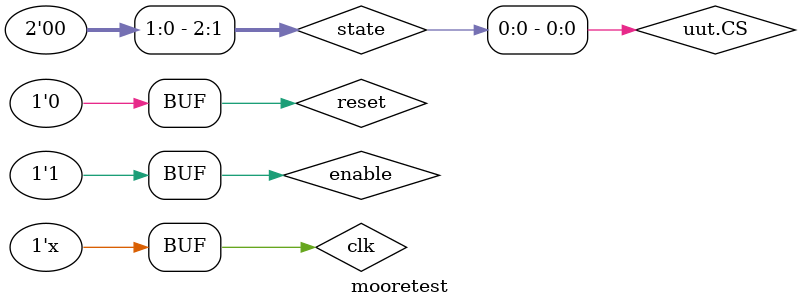
<source format=v>
`timescale 1ns / 1ps


module mooretest;

	// Inputs
	reg enable;
	reg clk;
	reg in;
	reg reset;

	// Outputs
	wire out;
	wire [2:0]state;

	// Instantiate the Unit Under Test (UUT)
	moore10010 uut (
		.enable(enable), 
		.clk(clk), 
		.in(in), 
		.reset(reset), 
		.out(out)
	);

	initial begin
		// Initialize Inputs
		enable = 0;
		clk = 0;
		in = 0;
		reset = 0;

		// Wait 100 ns for global reset to finish
		#1500 enable=1;
		#2000 reset=0;
		#1100 in=1;
		#1000 in=0;
		#1000 in=0;
		#1000 in=1;
		#1000 in=0;
		#1000 in=0;
		
		#1000 in=1;
		#1000 in=0;
		#1000 in=0;
		#1000 in=1;
		#1000 in=0;
		#1000 in=0;
		
	end
	
	always
		#500 clk=~clk;  


	always @( posedge clk)
		begin
			if($time>15000 )
				#50 in={$random}%2;
		end
        
		// Add stimulus here

	assign state=uut.CS;
      
endmodule


</source>
